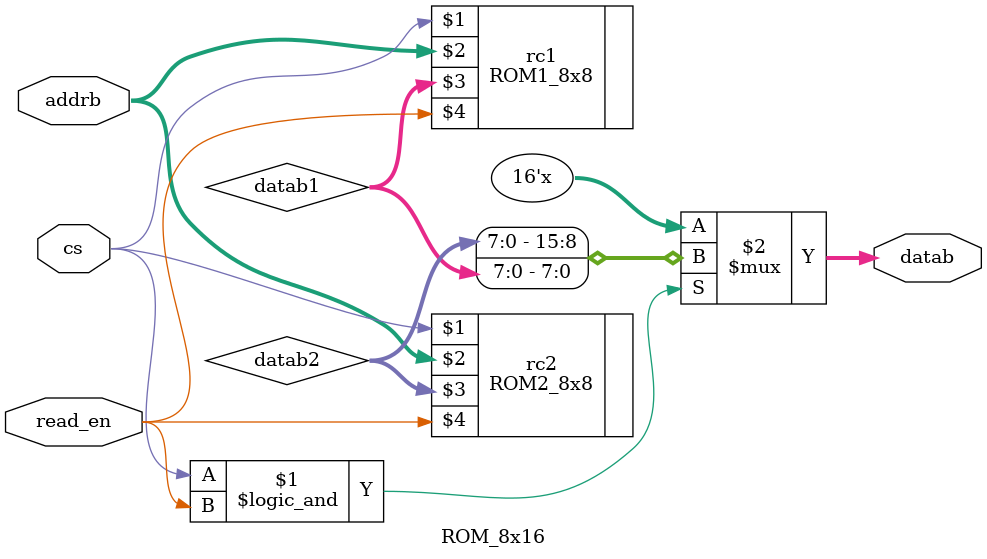
<source format=v>
module ROM_8x16 (cs, addrb, datab, read_en);

	input [2:0] addrb;
	output [15:0] datab;
	input cs, read_en;
	
	wire [7:0] datab1, datab2;
	
	ROM1_8x8 rc1 (cs, addrb, datab1, read_en);
	ROM2_8x8 rc2 (cs, addrb, datab2, read_en);
	
	assign datab = (cs && read_en)?{datab2, datab1}:16'bz;
	
endmodule
</source>
